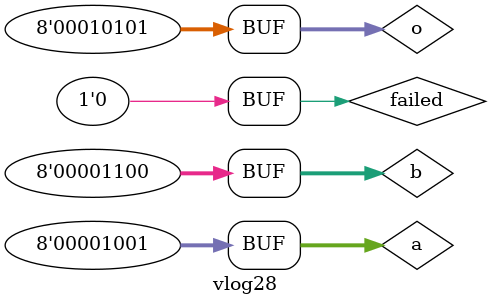
<source format=v>
module vlog28;
  wire [7:0] o;
  reg [7:0]  a, b;
  reg        failed = 0;

  assign #5 o = a + b;

  initial begin
    a = 1;
    b = 2;
    #4;
    a = 5;
    b = 6;
    #3;
    a = 9;
    b = 12;
  end

  always @* $display("%t | %d + %d ==> %d", $time, a, b, o);

endmodule // vlog28

</source>
